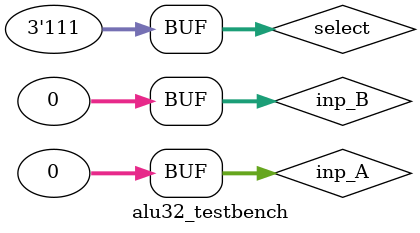
<source format=v>
`define DELAY 20
module alu32_testbench(); 
reg   [31:0] inp_A,inp_B;
reg   [2:0] select;
wire  [31:0]out;

alu32 call_alu32(out,inp_A,inp_B,select);
initial begin
//////////////////AND/////////////////////////
inp_A=32'b00000000000000000000000000000000; inp_B=32'b11111111111111111111111111111111; select=3'b000;
#`DELAY;
inp_A=32'b11111111111111111111111111111111; inp_B=32'b11111111111111111111111111111111; select=3'b000;
#`DELAY;
inp_A=32'b00000000000000000000000000000000; inp_B=32'b00000000000000000000000000000000; select=3'b000;
#`DELAY;

//////////////////OR/////////////////////////
inp_A=32'b00000000000000000000000000000000; inp_B=32'b11111111111111111111111111111111; select=3'b001;
#`DELAY;
inp_A=32'b11111111111111111111111111111111; inp_B=32'b11111111111111111111111111111111; select=3'b001;
#`DELAY;
inp_A=32'b00000000000000000000000000000000; inp_B=32'b00000000000000000000000000000000; select=3'b001;
#`DELAY;

//////////////////ADDER/////////////////////////
inp_A=32'b00000000000000000000000000000000; inp_B=32'b11111111111111111111111111111111; select=3'b010;
#`DELAY;
inp_A=32'b11111111111111111111111111111111; inp_B=32'b11111111111111111111111111111111; select=3'b010;
#`DELAY;
inp_A=32'b00000000000000000000000000000000; inp_B=32'b00000000000000000000000000000000; select=3'b010;
#`DELAY;

//////////////////XOR/////////////////////////
inp_A=32'b00000000000000000000000000000000; inp_B=32'b11111111111111111111111111111111; select=3'b011;
#`DELAY;
inp_A=32'b11111111111111111111111111111111; inp_B=32'b11111111111111111111111111111111; select=3'b011;
#`DELAY;
inp_A=32'b00000000000000000000000000000000; inp_B=32'b00000000000000000000000000000000; select=3'b011;
#`DELAY;

//////////////////SUB/////////////////////////
inp_A=32'b00000000000000000000000000000000; inp_B=32'b11111111111111111111111111111111; select=3'b100;
#`DELAY;
inp_A=32'b11111111111111111111111111111111; inp_B=32'b11111111111111111111111111111111; select=3'b100;
#`DELAY;
inp_A=32'b00000000000000000000000000000000; inp_B=32'b00000000000000000000000000000000; select=3'b100;
#`DELAY;

//////////////////SRA/////////////////////////
inp_A=32'b00000000000000000000000000000001;select=3'b101;
#`DELAY;
inp_A=32'b00000000000000000000000000000111; select=3'b101;
#`DELAY;
inp_A=32'b11111111111111111111111111111110; select=3'b101;
#`DELAY;

//////////////////SL/////////////////////////
inp_A=32'b00000000000000000000000000000000;  select=3'b110;
#`DELAY;
inp_A=32'b11111111111111111111111111111111;  select=3'b110;
#`DELAY;
inp_A=32'b00000000000000000000000000000000;  select=3'b110;
#`DELAY;

//////////////////NOR/////////////////////////
inp_A=32'b00000000000000000000000000000000; inp_B=32'b11111111111111111111111111111111; select=3'b111;
#`DELAY;
inp_A=32'b11111111111111111111111111111111; inp_B=32'b11111111111111111111111111111111; select=3'b111;
#`DELAY;
inp_A=32'b00000000000000000000000000000000; inp_B=32'b00000000000000000000000000000000; select=3'b111;
#`DELAY;
end
 
 
initial
begin
$monitor("time = %2d, inp_A =%32b, inp_B=%32b, select=%3b, out=%32b", $time, inp_A, inp_B,select, out);
end
 
endmodule
</source>
